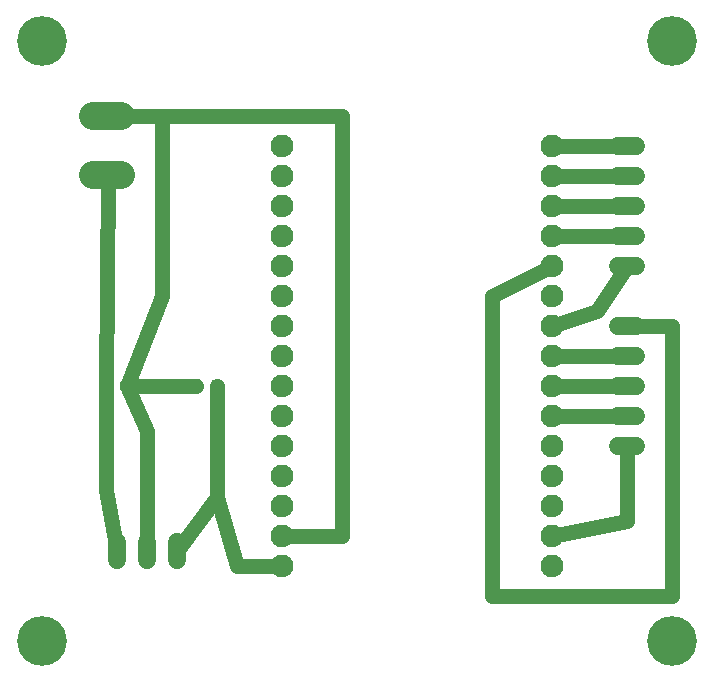
<source format=gbr>
G04 EAGLE Gerber RS-274X export*
G75*
%MOMM*%
%FSLAX34Y34*%
%LPD*%
%INBottom Copper*%
%IPPOS*%
%AMOC8*
5,1,8,0,0,1.08239X$1,22.5*%
G01*
%ADD10P,1.319650X8X22.500000*%
%ADD11C,1.219200*%
%ADD12P,1.319650X8X202.500000*%
%ADD13C,1.524000*%
%ADD14C,1.930400*%
%ADD15C,2.380000*%
%ADD16C,1.270000*%
%ADD17C,0.812800*%
%ADD18C,4.215891*%


D10*
X262890Y342900D03*
D11*
X245110Y342900D03*
D12*
X321310Y342900D03*
D11*
X339090Y342900D03*
D13*
X254000Y210820D02*
X254000Y195580D01*
X279400Y195580D02*
X279400Y210820D01*
X304800Y210820D02*
X304800Y195580D01*
X678180Y546100D02*
X693420Y546100D01*
X693420Y520700D02*
X678180Y520700D01*
X678180Y495300D02*
X693420Y495300D01*
X693420Y469900D02*
X678180Y469900D01*
X678180Y444500D02*
X693420Y444500D01*
X693420Y393700D02*
X678180Y393700D01*
X678180Y368300D02*
X693420Y368300D01*
X693420Y342900D02*
X678180Y342900D01*
X678180Y317500D02*
X693420Y317500D01*
X693420Y292100D02*
X678180Y292100D01*
D14*
X393700Y546100D03*
X393700Y520700D03*
X393700Y495300D03*
X393700Y469900D03*
X393700Y444500D03*
X393700Y419100D03*
X393700Y393700D03*
X393700Y368300D03*
X393700Y342900D03*
X393700Y317500D03*
X393700Y292100D03*
X393700Y266700D03*
X393700Y241300D03*
X393700Y215900D03*
X393700Y190500D03*
X622300Y546100D03*
X622300Y520700D03*
X622300Y495300D03*
X622300Y469900D03*
X622300Y444500D03*
X622300Y419100D03*
X622300Y393700D03*
X622300Y368300D03*
X622300Y342900D03*
X622300Y317500D03*
X622300Y292100D03*
X622300Y266700D03*
X622300Y241300D03*
X622300Y215900D03*
X622300Y190500D03*
D15*
X257700Y571100D02*
X233900Y571100D01*
X233900Y521100D02*
X257700Y521100D01*
D16*
X246180Y520720D02*
X245800Y521100D01*
X246180Y520720D02*
X245110Y342900D01*
X245110Y254381D01*
X254000Y203200D01*
X262890Y342900D02*
X321310Y342900D01*
X393700Y215900D02*
X444500Y215900D01*
X444500Y571500D01*
X292100Y571500D01*
X246518Y571500D01*
D17*
X245800Y571100D01*
D16*
X292100Y419100D02*
X262890Y342900D01*
X292100Y419100D02*
X292100Y571500D01*
X262890Y342900D02*
X279400Y304800D01*
X279400Y203200D01*
X339090Y248920D02*
X339090Y342900D01*
X339090Y248920D02*
X304800Y203200D01*
X355600Y190500D02*
X393700Y190500D01*
X355600Y190500D02*
X339090Y248920D01*
X622300Y546100D02*
X685800Y546100D01*
X685800Y520700D02*
X622300Y520700D01*
X622300Y495300D02*
X685800Y495300D01*
X685800Y469900D02*
X622300Y469900D01*
X685800Y444500D02*
X660400Y406400D01*
X622300Y393700D01*
X685800Y393700D02*
X723900Y393700D01*
X571500Y419100D02*
X571500Y165100D01*
X723900Y165100D01*
X723900Y393700D01*
X622300Y444500D02*
X571500Y419100D01*
X622300Y368300D02*
X685800Y368300D01*
X685800Y342900D02*
X622300Y342900D01*
X622300Y317500D02*
X685800Y317500D01*
X685800Y292100D02*
X685800Y228600D01*
X622300Y215900D01*
D18*
X190500Y635000D03*
X190500Y127000D03*
X723900Y127000D03*
X723900Y635000D03*
M02*

</source>
